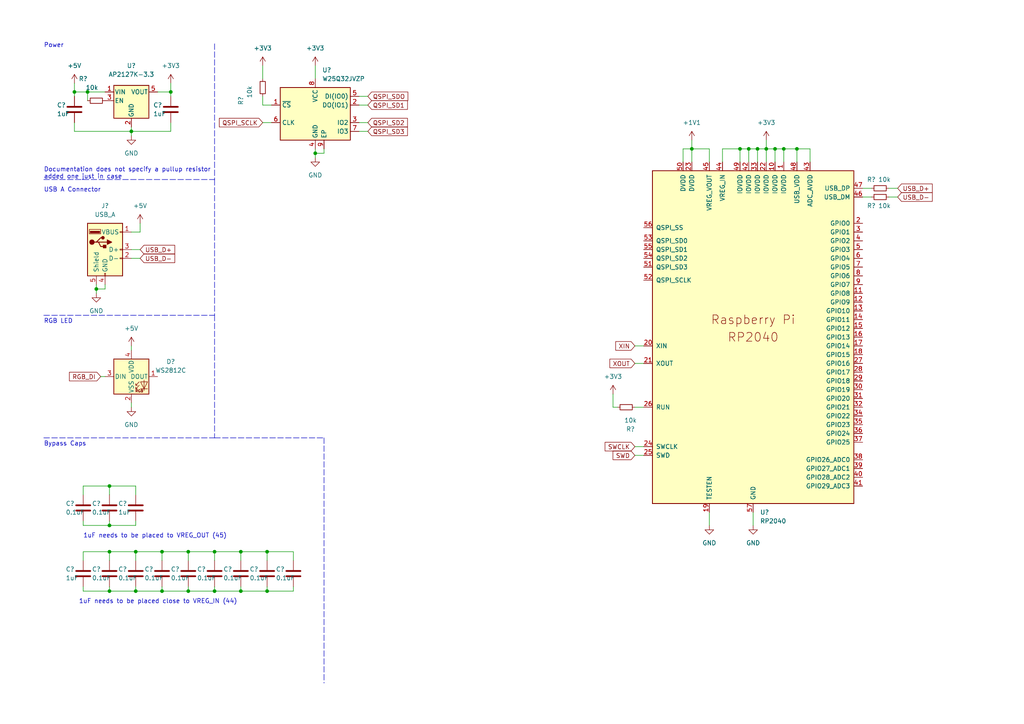
<source format=kicad_sch>
(kicad_sch (version 20211123) (generator eeschema)
  (paper "A4")
  (lib_symbols
    (symbol "Connector:USB_A" (pin_names (offset 1.016))
      (property "Reference" "J" (at -5.08 11.43 0))
      (property "Value" "USB_A" (at -5.08 8.89 0))
      (symbol "USB_A_0_1"
        (rectangle (start -5.08 -7.62) (end 5.08 7.62) (stroke (width 0.254)) (fill (type background)))
        (circle (center -3.81 2.159) (radius 0.635) (stroke (width 0.254)) (fill (type outline)))
        (rectangle (start -1.524 4.826) (end -4.318 5.334) (fill (type outline)))
        (rectangle (start -1.27 4.572) (end -4.572 5.842))
        (circle (center -0.635 3.429) (radius 0.381) (stroke (width 0.254)) (fill (type outline)))
        (rectangle (start -0.127 -7.62) (end 0.127 -6.858))
        (polyline (pts (xy -3.175 2.159) (xy -2.54 2.159) (xy -1.27 3.429) (xy -0.635 3.429)) (stroke (width 0.254)))
        (polyline (pts (xy -2.54 2.159) (xy -1.905 2.159) (xy -1.27 0.889) (xy 0 0.889)) (stroke (width 0.254)))
        (polyline (pts (xy 0.635 2.794) (xy 0.635 1.524) (xy 1.905 2.159) (xy 0.635 2.794)) (stroke (width 0.254)) (fill (type outline)))
        (rectangle (start 0.254 1.27) (end -0.508 0.508) (stroke (width 0.254)) (fill (type outline)))
        (rectangle (start 5.08 -2.667) (end 4.318 -2.413))
        (rectangle (start 5.08 -0.127) (end 4.318 0.127))
        (rectangle (start 5.08 4.953) (end 4.318 5.207))
      )
      (symbol "USB_A_1_1"
        (polyline (pts (xy -1.905 2.159) (xy 0.635 2.159)) (stroke (width 0.254)))
        (pin power_in line (at 7.62 5.08 180) (length 2.54) (name "VBUS") (number "1"))
        (pin bidirectional line (at 7.62 -2.54 180) (length 2.54) (name "D-") (number "2"))
        (pin bidirectional line (at 7.62 0 180) (length 2.54) (name "D+") (number "3"))
        (pin power_in line (at 0 -10.16 90) (length 2.54) (name "GND") (number "4"))
        (pin passive line (at -2.54 -10.16 90) (length 2.54) (name "Shield") (number "5"))
      )
    )
    (symbol "Device:C" (pin_numbers hide) (pin_names (offset 0.254))
      (property "Reference" "C" (at 0.635 2.54 0))
      (property "Value" "C" (at 0.635 -2.54 0))
      (symbol "C_0_1"
        (polyline (pts (xy -2.032 -0.762) (xy 2.032 -0.762)) (stroke (width 0.508)))
        (polyline (pts (xy -2.032 0.762) (xy 2.032 0.762)) (stroke (width 0.508)))
      )
      (symbol "C_1_1"
        (pin passive line (at 0 3.81 270) (length 2.794) (name "~") (number "1"))
        (pin passive line (at 0 -3.81 90) (length 2.794) (name "~") (number "2"))
      )
    )
    (symbol "Device:R_Small" (pin_numbers hide) (pin_names (offset 0.254) hide)
      (property "Reference" "R" (at 0.762 0.508 0))
      (property "Value" "R_Small" (at 0.762 -1.016 0))
      (symbol "R_Small_0_1"
        (rectangle (start -0.762 1.778) (end 0.762 -1.778) (stroke (width 0.2032)))
      )
      (symbol "R_Small_1_1"
        (pin passive line (at 0 2.54 270) (length 0.762) (name "~") (number "1"))
        (pin passive line (at 0 -2.54 90) (length 0.762) (name "~") (number "2"))
      )
    )
    (symbol "LED:WS2812C" (pin_names (offset 0.254))
      (property "Reference" "D" (at 5.08 5.715 0))
      (property "Value" "WS2812C" (at 1.27 -5.715 0))
      (symbol "WS2812C_0_0"
        (text "RGB" (at 2.286 -4.191 0) (effects (font (size 0.762 0.762))))
      )
      (symbol "WS2812C_0_1"
        (polyline (pts (xy 1.27 -3.556) (xy 1.778 -3.556)))
        (polyline (pts (xy 1.27 -2.54) (xy 1.778 -2.54)))
        (polyline (pts (xy 4.699 -3.556) (xy 2.667 -3.556)))
        (polyline (pts (xy 2.286 -2.54) (xy 1.27 -3.556) (xy 1.27 -3.048)))
        (polyline (pts (xy 2.286 -1.524) (xy 1.27 -2.54) (xy 1.27 -2.032)))
        (polyline (pts (xy 3.683 -1.016) (xy 3.683 -3.556) (xy 3.683 -4.064)))
        (polyline (pts (xy 4.699 -1.524) (xy 2.667 -1.524) (xy 3.683 -3.556) (xy 4.699 -1.524)))
        (rectangle (start 5.08 5.08) (end -5.08 -5.08) (stroke (width 0.254)) (fill (type background)))
      )
      (symbol "WS2812C_1_1"
        (pin output line (at 7.62 0 180) (length 2.54) (name "DOUT") (number "1"))
        (pin power_in line (at 0 -7.62 90) (length 2.54) (name "VSS") (number "2"))
        (pin input line (at -7.62 0 0) (length 2.54) (name "DIN") (number "3"))
        (pin power_in line (at 0 7.62 270) (length 2.54) (name "VDD") (number "4"))
      )
    )
    (symbol "MCU_RaspberryPi_RP2040:RP2040" (pin_names (offset 1.016))
      (property "Reference" "U" (at -29.21 49.53 0))
      (property "Value" "RP2040" (at 24.13 -49.53 0))
      (symbol "RP2040_0_0"
        (text "Raspberry Pi" (at 0 5.08 0) (effects (font (size 2.54 2.54))))
        (text "RP2040" (at 0 0 0) (effects (font (size 2.54 2.54))))
      )
      (symbol "RP2040_0_1"
        (rectangle (start 29.21 48.26) (end -29.21 -48.26) (stroke (width 0.254)) (fill (type background)))
      )
      (symbol "RP2040_1_1"
        (pin power_in line (at 8.89 50.8 270) (length 2.54) (name "IOVDD") (number "1"))
        (pin power_in line (at 6.35 50.8 270) (length 2.54) (name "IOVDD") (number "10"))
        (pin bidirectional line (at 31.75 12.7 180) (length 2.54) (name "GPIO8") (number "11"))
        (pin bidirectional line (at 31.75 10.16 180) (length 2.54) (name "GPIO9") (number "12"))
        (pin bidirectional line (at 31.75 7.62 180) (length 2.54) (name "GPIO10") (number "13"))
        (pin bidirectional line (at 31.75 5.08 180) (length 2.54) (name "GPIO11") (number "14"))
        (pin bidirectional line (at 31.75 2.54 180) (length 2.54) (name "GPIO12") (number "15"))
        (pin bidirectional line (at 31.75 0 180) (length 2.54) (name "GPIO13") (number "16"))
        (pin bidirectional line (at 31.75 -2.54 180) (length 2.54) (name "GPIO14") (number "17"))
        (pin bidirectional line (at 31.75 -5.08 180) (length 2.54) (name "GPIO15") (number "18"))
        (pin passive line (at -12.7 -50.8 90) (length 2.54) (name "TESTEN") (number "19"))
        (pin bidirectional line (at 31.75 33.02 180) (length 2.54) (name "GPIO0") (number "2"))
        (pin input line (at -31.75 -2.54 0) (length 2.54) (name "XIN") (number "20"))
        (pin passive line (at -31.75 -7.62 0) (length 2.54) (name "XOUT") (number "21"))
        (pin power_in line (at 3.81 50.8 270) (length 2.54) (name "IOVDD") (number "22"))
        (pin power_in line (at -17.78 50.8 270) (length 2.54) (name "DVDD") (number "23"))
        (pin output line (at -31.75 -31.75 0) (length 2.54) (name "SWCLK") (number "24"))
        (pin bidirectional line (at -31.75 -34.29 0) (length 2.54) (name "SWD") (number "25"))
        (pin input line (at -31.75 -20.32 0) (length 2.54) (name "RUN") (number "26"))
        (pin bidirectional line (at 31.75 -7.62 180) (length 2.54) (name "GPIO16") (number "27"))
        (pin bidirectional line (at 31.75 -10.16 180) (length 2.54) (name "GPIO17") (number "28"))
        (pin bidirectional line (at 31.75 -12.7 180) (length 2.54) (name "GPIO18") (number "29"))
        (pin bidirectional line (at 31.75 30.48 180) (length 2.54) (name "GPIO1") (number "3"))
        (pin bidirectional line (at 31.75 -15.24 180) (length 2.54) (name "GPIO19") (number "30"))
        (pin bidirectional line (at 31.75 -17.78 180) (length 2.54) (name "GPIO20") (number "31"))
        (pin bidirectional line (at 31.75 -20.32 180) (length 2.54) (name "GPIO21") (number "32"))
        (pin power_in line (at 1.27 50.8 270) (length 2.54) (name "IOVDD") (number "33"))
        (pin bidirectional line (at 31.75 -22.86 180) (length 2.54) (name "GPIO22") (number "34"))
        (pin bidirectional line (at 31.75 -25.4 180) (length 2.54) (name "GPIO23") (number "35"))
        (pin bidirectional line (at 31.75 -27.94 180) (length 2.54) (name "GPIO24") (number "36"))
        (pin bidirectional line (at 31.75 -30.48 180) (length 2.54) (name "GPIO25") (number "37"))
        (pin bidirectional line (at 31.75 -35.56 180) (length 2.54) (name "GPIO26_ADC0") (number "38"))
        (pin bidirectional line (at 31.75 -38.1 180) (length 2.54) (name "GPIO27_ADC1") (number "39"))
        (pin bidirectional line (at 31.75 27.94 180) (length 2.54) (name "GPIO2") (number "4"))
        (pin bidirectional line (at 31.75 -40.64 180) (length 2.54) (name "GPIO28_ADC2") (number "40"))
        (pin bidirectional line (at 31.75 -43.18 180) (length 2.54) (name "GPIO29_ADC3") (number "41"))
        (pin power_in line (at -1.27 50.8 270) (length 2.54) (name "IOVDD") (number "42"))
        (pin power_in line (at 16.51 50.8 270) (length 2.54) (name "ADC_AVDD") (number "43"))
        (pin power_in line (at -8.89 50.8 270) (length 2.54) (name "VREG_IN") (number "44"))
        (pin power_out line (at -12.7 50.8 270) (length 2.54) (name "VREG_VOUT") (number "45"))
        (pin bidirectional line (at 31.75 40.64 180) (length 2.54) (name "USB_DM") (number "46"))
        (pin bidirectional line (at 31.75 43.18 180) (length 2.54) (name "USB_DP") (number "47"))
        (pin power_in line (at 12.7 50.8 270) (length 2.54) (name "USB_VDD") (number "48"))
        (pin power_in line (at -3.81 50.8 270) (length 2.54) (name "IOVDD") (number "49"))
        (pin bidirectional line (at 31.75 25.4 180) (length 2.54) (name "GPIO3") (number "5"))
        (pin power_in line (at -20.32 50.8 270) (length 2.54) (name "DVDD") (number "50"))
        (pin bidirectional line (at -31.75 20.32 0) (length 2.54) (name "QSPI_SD3") (number "51"))
        (pin output line (at -31.75 16.51 0) (length 2.54) (name "QSPI_SCLK") (number "52"))
        (pin bidirectional line (at -31.75 27.94 0) (length 2.54) (name "QSPI_SD0") (number "53"))
        (pin bidirectional line (at -31.75 22.86 0) (length 2.54) (name "QSPI_SD2") (number "54"))
        (pin bidirectional line (at -31.75 25.4 0) (length 2.54) (name "QSPI_SD1") (number "55"))
        (pin bidirectional line (at -31.75 31.75 0) (length 2.54) (name "QSPI_SS") (number "56"))
        (pin power_in line (at 0 -50.8 90) (length 2.54) (name "GND") (number "57"))
        (pin bidirectional line (at 31.75 22.86 180) (length 2.54) (name "GPIO4") (number "6"))
        (pin bidirectional line (at 31.75 20.32 180) (length 2.54) (name "GPIO5") (number "7"))
        (pin bidirectional line (at 31.75 17.78 180) (length 2.54) (name "GPIO6") (number "8"))
        (pin bidirectional line (at 31.75 15.24 180) (length 2.54) (name "GPIO7") (number "9"))
      )
    )
    (symbol "Memory_Flash:W25Q32JVZP"
      (property "Reference" "U" (at -8.89 8.89 0))
      (property "Value" "W25Q32JVZP" (at 7.62 8.89 0))
      (symbol "W25Q32JVZP_0_1"
        (rectangle (start -10.16 7.62) (end 10.16 -7.62) (stroke (width 0.254)) (fill (type background)))
      )
      (symbol "W25Q32JVZP_1_1"
        (pin input line (at -12.7 2.54 0) (length 2.54) (name "~{CS}") (number "1"))
        (pin bidirectional line (at 12.7 2.54 180) (length 2.54) (name "DO(IO1)") (number "2"))
        (pin bidirectional line (at 12.7 -2.54 180) (length 2.54) (name "IO2") (number "3"))
        (pin power_in line (at 0 -10.16 90) (length 2.54) (name "GND") (number "4"))
        (pin bidirectional line (at 12.7 5.08 180) (length 2.54) (name "DI(IO0)") (number "5"))
        (pin input line (at -12.7 -2.54 0) (length 2.54) (name "CLK") (number "6"))
        (pin bidirectional line (at 12.7 -5.08 180) (length 2.54) (name "IO3") (number "7"))
        (pin power_in line (at 0 10.16 270) (length 2.54) (name "VCC") (number "8"))
        (pin passive line (at 2.54 -10.16 90) (length 2.54) (name "EP") (number "9"))
      )
    )
    (symbol "Regulator_Linear:AP2127K-3.3" (pin_names (offset 0.254))
      (property "Reference" "U" (at -5.08 5.715 0))
      (property "Value" "AP2127K-3.3" (at 0 5.715 0))
      (symbol "AP2127K-3.3_0_1"
        (rectangle (start -5.08 4.445) (end 5.08 -5.08) (stroke (width 0.254)) (fill (type background)))
      )
      (symbol "AP2127K-3.3_1_1"
        (pin power_in line (at -7.62 2.54 0) (length 2.54) (name "VIN") (number "1"))
        (pin power_in line (at 0 -7.62 90) (length 2.54) (name "GND") (number "2"))
        (pin input line (at -7.62 0 0) (length 2.54) (name "EN") (number "3"))
        (pin no_connect line (at 5.08 0 180) (length 2.54) hide (name "NC") (number "4"))
        (pin power_out line (at 7.62 2.54 180) (length 2.54) (name "VOUT") (number "5"))
      )
    )
    (symbol "power:+1V1" (power) (pin_names (offset 0))
      (property "Value" "+1V1" (at 0 3.556 0))
      (symbol "+1V1_0_1"
        (polyline (pts (xy -0.762 1.27) (xy 0 2.54)))
        (polyline (pts (xy 0 0) (xy 0 2.54)))
        (polyline (pts (xy 0 2.54) (xy 0.762 1.27)))
      )
      (symbol "+1V1_1_1"
        (pin power_in line (at 0 0 90) (length 0) hide (name "+1V1") (number "1"))
      )
    )
    (symbol "power:+3V3" (power) (pin_names (offset 0))
      (property "Value" "+3V3" (at 0 3.556 0))
      (symbol "+3V3_0_1"
        (polyline (pts (xy -0.762 1.27) (xy 0 2.54)))
        (polyline (pts (xy 0 0) (xy 0 2.54)))
        (polyline (pts (xy 0 2.54) (xy 0.762 1.27)))
      )
      (symbol "+3V3_1_1"
        (pin power_in line (at 0 0 90) (length 0) hide (name "+3V3") (number "1"))
      )
    )
    (symbol "power:+5V" (power) (pin_names (offset 0))
      (property "Value" "+5V" (at 0 3.556 0))
      (symbol "+5V_0_1"
        (polyline (pts (xy -0.762 1.27) (xy 0 2.54)))
        (polyline (pts (xy 0 0) (xy 0 2.54)))
        (polyline (pts (xy 0 2.54) (xy 0.762 1.27)))
      )
      (symbol "+5V_1_1"
        (pin power_in line (at 0 0 90) (length 0) hide (name "+5V") (number "1"))
      )
    )
    (symbol "power:GND" (power) (pin_names (offset 0))
      (property "Value" "GND" (at 0 -3.81 0))
      (symbol "GND_0_1"
        (polyline (pts (xy 0 0) (xy 0 -1.27) (xy 1.27 -1.27) (xy 0 -2.54) (xy -1.27 -1.27) (xy 0 -1.27)))
      )
      (symbol "GND_1_1"
        (pin power_in line (at 0 0 270) (length 0) hide (name "GND") (number "1"))
      )
    )
  )
  (junction (at 54.61 160.02))
  (junction (at 62.23 160.02))
  (junction (at 31.75 140.97))
  (junction (at 62.23 171.45))
  (junction (at 39.37 160.02))
  (junction (at 77.47 160.02))
  (junction (at 46.99 171.45))
  (junction (at 38.1 38.1))
  (junction (at 227.33 43.18))
  (junction (at 31.75 160.02))
  (junction (at 46.99 160.02))
  (junction (at 27.94 83.82))
  (junction (at 77.47 171.45))
  (junction (at 91.44 44.45))
  (junction (at 214.63 43.18))
  (junction (at 31.75 152.4))
  (junction (at 200.66 43.18))
  (junction (at 224.79 43.18))
  (junction (at 25.4 26.67))
  (junction (at 31.75 171.45))
  (junction (at 49.53 26.67))
  (junction (at 222.25 43.18))
  (junction (at 69.85 160.02))
  (junction (at 54.61 171.45))
  (junction (at 21.59 26.67))
  (junction (at 231.14 43.18))
  (junction (at 39.37 171.45))
  (junction (at 219.71 43.18))
  (junction (at 69.85 171.45))
  (junction (at 217.17 43.18))
  (wire (pts (xy 38.1 36.83) (xy 38.1 38.1)))
  (wire (pts (xy 104.14 38.1) (xy 106.68 38.1)))
  (wire (pts (xy 250.19 54.61) (xy 252.73 54.61)))
  (wire (pts (xy 27.94 83.82) (xy 30.48 83.82)))
  (wire (pts (xy 31.75 160.02) (xy 39.37 160.02)))
  (wire (pts (xy 25.4 26.67) (xy 25.4 29.21)))
  (wire (pts (xy 77.47 171.45) (xy 69.85 171.45)))
  (wire (pts (xy 49.53 38.1) (xy 38.1 38.1)))
  (wire (pts (xy 38.1 116.84) (xy 38.1 118.11)))
  (polyline (pts (xy 62.23 52.07) (xy 62.23 91.44)))
  (wire (pts (xy 91.44 44.45) (xy 91.44 45.72)))
  (wire (pts (xy 76.2 30.48) (xy 78.74 30.48)))
  (wire (pts (xy 177.8 118.11) (xy 179.07 118.11)))
  (wire (pts (xy 49.53 26.67) (xy 49.53 27.94)))
  (wire (pts (xy 31.75 152.4) (xy 31.75 151.13)))
  (wire (pts (xy 38.1 38.1) (xy 38.1 39.37)))
  (wire (pts (xy 76.2 27.94) (xy 76.2 30.48)))
  (wire (pts (xy 77.47 160.02) (xy 85.09 160.02)))
  (wire (pts (xy 227.33 46.99) (xy 227.33 43.18)))
  (wire (pts (xy 184.15 132.08) (xy 186.69 132.08)))
  (wire (pts (xy 184.15 105.41) (xy 186.69 105.41)))
  (wire (pts (xy 219.71 46.99) (xy 219.71 43.18)))
  (polyline (pts (xy 12.7 52.07) (xy 62.23 52.07)))
  (wire (pts (xy 24.13 160.02) (xy 24.13 162.56)))
  (wire (pts (xy 184.15 118.11) (xy 186.69 118.11)))
  (wire (pts (xy 27.94 83.82) (xy 27.94 85.09)))
  (wire (pts (xy 91.44 44.45) (xy 93.98 44.45)))
  (wire (pts (xy 39.37 160.02) (xy 39.37 162.56)))
  (wire (pts (xy 46.99 160.02) (xy 46.99 162.56)))
  (wire (pts (xy 209.55 43.18) (xy 214.63 43.18)))
  (wire (pts (xy 257.81 54.61) (xy 260.35 54.61)))
  (wire (pts (xy 77.47 160.02) (xy 77.47 162.56)))
  (wire (pts (xy 62.23 160.02) (xy 69.85 160.02)))
  (wire (pts (xy 218.44 148.59) (xy 218.44 152.4)))
  (polyline (pts (xy 62.23 127) (xy 93.98 127)))
  (wire (pts (xy 38.1 72.39) (xy 40.64 72.39)))
  (wire (pts (xy 85.09 170.18) (xy 85.09 171.45)))
  (wire (pts (xy 231.14 46.99) (xy 231.14 43.18)))
  (polyline (pts (xy 62.23 46.99) (xy 62.23 52.07)))
  (wire (pts (xy 69.85 171.45) (xy 62.23 171.45)))
  (wire (pts (xy 205.74 46.99) (xy 205.74 43.18)))
  (wire (pts (xy 217.17 43.18) (xy 219.71 43.18)))
  (wire (pts (xy 85.09 171.45) (xy 77.47 171.45)))
  (wire (pts (xy 76.2 35.56) (xy 78.74 35.56)))
  (wire (pts (xy 104.14 35.56) (xy 106.68 35.56)))
  (wire (pts (xy 21.59 35.56) (xy 21.59 38.1)))
  (wire (pts (xy 24.13 152.4) (xy 31.75 152.4)))
  (wire (pts (xy 231.14 43.18) (xy 234.95 43.18)))
  (wire (pts (xy 31.75 171.45) (xy 24.13 171.45)))
  (wire (pts (xy 200.66 46.99) (xy 200.66 43.18)))
  (wire (pts (xy 38.1 74.93) (xy 40.64 74.93)))
  (wire (pts (xy 214.63 43.18) (xy 217.17 43.18)))
  (wire (pts (xy 54.61 160.02) (xy 62.23 160.02)))
  (wire (pts (xy 54.61 160.02) (xy 54.61 162.56)))
  (wire (pts (xy 222.25 43.18) (xy 224.79 43.18)))
  (wire (pts (xy 69.85 160.02) (xy 69.85 162.56)))
  (wire (pts (xy 39.37 140.97) (xy 39.37 143.51)))
  (wire (pts (xy 21.59 26.67) (xy 25.4 26.67)))
  (wire (pts (xy 49.53 24.13) (xy 49.53 26.67)))
  (wire (pts (xy 184.15 100.33) (xy 186.69 100.33)))
  (wire (pts (xy 24.13 143.51) (xy 24.13 140.97)))
  (polyline (pts (xy 12.7 91.44) (xy 62.23 91.44)))
  (wire (pts (xy 93.98 44.45) (xy 93.98 43.18)))
  (wire (pts (xy 38.1 67.31) (xy 40.64 67.31)))
  (wire (pts (xy 104.14 27.94) (xy 106.68 27.94)))
  (polyline (pts (xy 62.23 12.7) (xy 62.23 46.99)))
  (wire (pts (xy 24.13 140.97) (xy 31.75 140.97)))
  (wire (pts (xy 49.53 35.56) (xy 49.53 38.1)))
  (wire (pts (xy 69.85 170.18) (xy 69.85 171.45)))
  (wire (pts (xy 24.13 151.13) (xy 24.13 152.4)))
  (wire (pts (xy 217.17 46.99) (xy 217.17 43.18)))
  (wire (pts (xy 27.94 82.55) (xy 27.94 83.82)))
  (wire (pts (xy 219.71 43.18) (xy 222.25 43.18)))
  (wire (pts (xy 85.09 160.02) (xy 85.09 162.56)))
  (wire (pts (xy 104.14 30.48) (xy 106.68 30.48)))
  (wire (pts (xy 31.75 140.97) (xy 31.75 143.51)))
  (wire (pts (xy 62.23 171.45) (xy 54.61 171.45)))
  (wire (pts (xy 24.13 160.02) (xy 31.75 160.02)))
  (wire (pts (xy 205.74 43.18) (xy 200.66 43.18)))
  (wire (pts (xy 31.75 170.18) (xy 31.75 171.45)))
  (wire (pts (xy 29.21 109.22) (xy 30.48 109.22)))
  (wire (pts (xy 31.75 160.02) (xy 31.75 162.56)))
  (wire (pts (xy 39.37 171.45) (xy 31.75 171.45)))
  (wire (pts (xy 39.37 160.02) (xy 46.99 160.02)))
  (wire (pts (xy 30.48 83.82) (xy 30.48 82.55)))
  (wire (pts (xy 76.2 22.86) (xy 76.2 19.05)))
  (wire (pts (xy 198.12 43.18) (xy 198.12 46.99)))
  (wire (pts (xy 39.37 151.13) (xy 39.37 152.4)))
  (wire (pts (xy 62.23 160.02) (xy 62.23 162.56)))
  (polyline (pts (xy 93.98 127) (xy 93.98 198.12)))
  (wire (pts (xy 222.25 46.99) (xy 222.25 43.18)))
  (wire (pts (xy 205.74 148.59) (xy 205.74 152.4)))
  (wire (pts (xy 91.44 19.05) (xy 91.44 22.86)))
  (wire (pts (xy 257.81 57.15) (xy 260.35 57.15)))
  (wire (pts (xy 31.75 140.97) (xy 39.37 140.97)))
  (wire (pts (xy 25.4 26.67) (xy 30.48 26.67)))
  (wire (pts (xy 21.59 27.94) (xy 21.59 26.67)))
  (wire (pts (xy 69.85 160.02) (xy 77.47 160.02)))
  (wire (pts (xy 62.23 170.18) (xy 62.23 171.45)))
  (wire (pts (xy 21.59 24.13) (xy 21.59 26.67)))
  (wire (pts (xy 21.59 38.1) (xy 38.1 38.1)))
  (wire (pts (xy 46.99 160.02) (xy 54.61 160.02)))
  (polyline (pts (xy 62.23 91.44) (xy 62.23 127)))
  (wire (pts (xy 184.15 129.54) (xy 186.69 129.54)))
  (wire (pts (xy 224.79 43.18) (xy 227.33 43.18)))
  (wire (pts (xy 24.13 170.18) (xy 24.13 171.45)))
  (wire (pts (xy 222.25 40.64) (xy 222.25 43.18)))
  (wire (pts (xy 200.66 40.64) (xy 200.66 43.18)))
  (wire (pts (xy 39.37 171.45) (xy 39.37 170.18)))
  (wire (pts (xy 39.37 152.4) (xy 31.75 152.4)))
  (wire (pts (xy 177.8 114.3) (xy 177.8 118.11)))
  (wire (pts (xy 46.99 170.18) (xy 46.99 171.45)))
  (wire (pts (xy 224.79 46.99) (xy 224.79 43.18)))
  (wire (pts (xy 77.47 170.18) (xy 77.47 171.45)))
  (wire (pts (xy 250.19 57.15) (xy 252.73 57.15)))
  (wire (pts (xy 227.33 43.18) (xy 231.14 43.18)))
  (wire (pts (xy 200.66 43.18) (xy 198.12 43.18)))
  (wire (pts (xy 214.63 46.99) (xy 214.63 43.18)))
  (wire (pts (xy 91.44 43.18) (xy 91.44 44.45)))
  (wire (pts (xy 45.72 26.67) (xy 49.53 26.67)))
  (polyline (pts (xy 12.7 127) (xy 62.23 127)))
  (wire (pts (xy 40.64 67.31) (xy 40.64 64.77)))
  (wire (pts (xy 209.55 46.99) (xy 209.55 43.18)))
  (wire (pts (xy 54.61 171.45) (xy 46.99 171.45)))
  (wire (pts (xy 54.61 170.18) (xy 54.61 171.45)))
  (wire (pts (xy 38.1 101.6) (xy 38.1 100.33)))
  (wire (pts (xy 234.95 43.18) (xy 234.95 46.99)))
  (wire (pts (xy 46.99 171.45) (xy 39.37 171.45)))
  (text "Bypass Caps" (at 12.7 129.54 0) (effects (font (size 1.27 1.27)) (justify left bottom)))
  (text "1uF needs to be placed to VREG_OUT (45)" (at 24.13 156.21 0) (effects (font (size 1.27 1.27)) (justify left bottom)))
  (text "Power" (at 12.7 13.97 0) (effects (font (size 1.27 1.27)) (justify left bottom)))
  (text "1uF needs to be placed close to VREG_IN (44)" (at 22.86 175.26 0) (effects (font (size 1.27 1.27)) (justify left bottom)))
  (text "Documentation does not specify a pullup resistor\nadded one just in case" (at 12.7 52.07 0) (effects (font (size 1.27 1.27)) (justify left bottom)))
  (text "USB A Connector" (at 12.7 55.88 0) (effects (font (size 1.27 1.27)) (justify left bottom)))
  (text "RGB LED" (at 12.7 93.98 0) (effects (font (size 1.27 1.27)) (justify left bottom)))
  (global_label "SWCLK" (shape input) (at 184.15 129.54 180) (property "Intersheet References" "${INTERSHEET_REFS}" (effects hide)))
  (global_label "USB_D+" (shape input) (at 40.64 72.39 0) (property "Intersheet References" "${INTERSHEET_REFS}" (effects hide)))
  (global_label "USB_D-" (shape input) (at 40.64 74.93 0) (property "Intersheet References" "${INTERSHEET_REFS}" (effects hide)))
  (global_label "USB_D-" (shape input) (at 260.35 57.15 0) (property "Intersheet References" "${INTERSHEET_REFS}" (effects hide)))
  (global_label "SWD" (shape input) (at 184.15 132.08 180) (property "Intersheet References" "${INTERSHEET_REFS}" (effects hide)))
  (global_label "QSPI_SD3" (shape input) (at 106.68 38.1 0) (property "Intersheet References" "${INTERSHEET_REFS}" (effects hide)))
  (global_label "QSPI_SD1" (shape input) (at 106.68 30.48 0) (property "Intersheet References" "${INTERSHEET_REFS}" (effects hide)))
  (global_label "RGB_DI" (shape input) (at 29.21 109.22 180) (property "Intersheet References" "${INTERSHEET_REFS}" (effects hide)))
  (global_label "XOUT" (shape input) (at 184.15 105.41 180) (property "Intersheet References" "${INTERSHEET_REFS}" (effects hide)))
  (global_label "QSPI_SD2" (shape input) (at 106.68 35.56 0) (property "Intersheet References" "${INTERSHEET_REFS}" (effects hide)))
  (global_label "XIN" (shape input) (at 184.15 100.33 180) (property "Intersheet References" "${INTERSHEET_REFS}" (effects hide)))
  (global_label "QSPI_SDO" (shape input) (at 106.68 27.94 0) (property "Intersheet References" "${INTERSHEET_REFS}" (effects hide)))
  (global_label "USB_D+" (shape input) (at 260.35 54.61 0) (property "Intersheet References" "${INTERSHEET_REFS}" (effects hide)))
  (global_label "QSPI_SCLK" (shape input) (at 76.2 35.56 180) (property "Intersheet References" "${INTERSHEET_REFS}" (effects hide)))
  (symbol (lib_id "power:+3V3") (at 49.53 24.13 0) (unit 1)
    (property "Reference" "#PWR?" (effects hide))
    (property "Value" "+3V3" (at 49.53 19.05 0))
  )
  (symbol (lib_id "power:+1V1") (at 200.66 40.64 0) (unit 1)
    (property "Reference" "#PWR?" (effects hide))
    (property "Value" "+1V1" (at 200.66 35.56 0))
  )
  (symbol (lib_id "power:GND") (at 38.1 39.37 0) (unit 1)
    (property "Reference" "#PWR?" (effects hide))
    (property "Value" "GND" (at 38.1 44.45 0))
  )
  (symbol (lib_id "power:+3V3") (at 91.44 19.05 0) (unit 1)
    (property "Reference" "#PWR?" (effects hide))
    (property "Value" "+3V3" (at 91.44 13.97 0))
  )
  (symbol (lib_id "power:GND") (at 91.44 45.72 0) (unit 1)
    (property "Reference" "#PWR?" (effects hide))
    (property "Value" "GND" (at 91.44 50.8 0))
  )
  (symbol (lib_id "power:GND") (at 205.74 152.4 0) (unit 1)
    (property "Reference" "#PWR?" (effects hide))
    (property "Value" "GND" (at 205.74 157.48 0))
  )
  (symbol (lib_id "Device:C") (at 39.37 166.37 180) (unit 1)
    (property "Reference" "C?" (at 34.29 165.1 0) (effects (justify right)))
    (property "Value" "0.1uF" (at 34.29 167.64 0) (effects (justify right)))
    (property "Footprint" "Capacitor_SMD:C_0402_1005Metric" (effects hide))
  )
  (symbol (lib_id "Device:C") (at 54.61 166.37 180) (unit 1)
    (property "Reference" "C?" (at 49.53 165.1 0) (effects (justify right)))
    (property "Value" "0.1uF" (at 49.53 167.64 0) (effects (justify right)))
    (property "Footprint" "Capacitor_SMD:C_0402_1005Metric" (effects hide))
  )
  (symbol (lib_id "Device:C") (at 49.53 31.75 180) (unit 1)
    (property "Reference" "C?" (at 44.45 30.48 0) (effects (justify right)))
    (property "Value" "1uF" (at 44.45 33.02 0) (effects (justify right)))
    (property "Footprint" "Capacitor_SMD:C_0402_1005Metric" (effects hide))
  )
  (symbol (lib_id "Device:C") (at 46.99 166.37 180) (unit 1)
    (property "Reference" "C?" (at 41.91 165.1 0) (effects (justify right)))
    (property "Value" "0.1uF" (at 41.91 167.64 0) (effects (justify right)))
    (property "Footprint" "Capacitor_SMD:C_0402_1005Metric" (effects hide))
  )
  (symbol (lib_id "Device:C") (at 69.85 166.37 180) (unit 1)
    (property "Reference" "C?" (at 64.77 165.1 0) (effects (justify right)))
    (property "Value" "0.1uF" (at 64.77 167.64 0) (effects (justify right)))
    (property "Footprint" "Capacitor_SMD:C_0402_1005Metric" (effects hide))
  )
  (symbol (lib_id "Device:R_Small") (at 255.27 54.61 90) (unit 1)
    (property "Reference" "R?" (at 252.73 52.07 90))
    (property "Value" "10k" (at 256.54 52.07 90))
    (property "Footprint" "Resistor_SMD:R_0402_1005Metric" (effects hide))
  )
  (symbol (lib_id "power:+3V3") (at 177.8 114.3 0) (unit 1)
    (property "Reference" "#PWR?" (effects hide))
    (property "Value" "+3V3" (at 177.8 109.22 0))
  )
  (symbol (lib_id "Device:R_Small") (at 181.61 118.11 270) (unit 1)
    (property "Reference" "R?" (at 182.88 124.46 90))
    (property "Value" "10k" (at 182.88 121.92 90))
    (property "Footprint" "Resistor_SMD:R_0402_1005Metric" (effects hide))
  )
  (symbol (lib_id "MCU_RaspberryPi_RP2040:RP2040") (at 218.44 97.79 0) (unit 1)
    (property "Reference" "U?" (at 220.4594 148.59 0) (effects (justify left)))
    (property "Value" "RP2040" (at 220.4594 151.13 0) (effects (justify left)))
    (property "Footprint" "RP2040_minimal:RP2040-QFN-56" (effects hide))
  )
  (symbol (lib_id "Device:C") (at 24.13 166.37 180) (unit 1)
    (property "Reference" "C?" (at 19.05 165.1 0) (effects (justify right)))
    (property "Value" "1uF" (at 19.05 167.64 0) (effects (justify right)))
    (property "Footprint" "Capacitor_SMD:C_0402_1005Metric" (effects hide))
  )
  (symbol (lib_id "power:+3V3") (at 222.25 40.64 0) (unit 1)
    (property "Reference" "#PWR?" (effects hide))
    (property "Value" "+3V3" (at 222.25 35.56 0))
  )
  (symbol (lib_id "Memory_Flash:W25Q32JVZP") (at 91.44 33.02 0) (unit 1)
    (property "Reference" "U?" (at 93.4594 20.32 0) (effects (justify left)))
    (property "Value" "W25Q32JVZP" (at 93.4594 22.86 0) (effects (justify left)))
    (property "Footprint" "Package_SON:WSON-8-1EP_6x5mm_P1.27mm_EP3.4x4.3mm" (effects hide))
    (property "Datasheet" "http://www.winbond.com/resource-files/w25q32jv%20revg%2003272018%20plus.pdf" (effects hide))
  )
  (symbol (lib_id "Device:C") (at 24.13 147.32 180) (unit 1)
    (property "Reference" "C?" (at 19.05 146.05 0) (effects (justify right)))
    (property "Value" "0.1uF" (at 19.05 148.59 0) (effects (justify right)))
    (property "Footprint" "Capacitor_SMD:C_0402_1005Metric" (effects hide))
  )
  (symbol (lib_id "power:+3V3") (at 76.2 19.05 0) (unit 1)
    (property "Reference" "#PWR?" (effects hide))
    (property "Value" "+3V3" (at 76.2 13.97 0))
  )
  (symbol (lib_id "Device:C") (at 21.59 31.75 180) (unit 1)
    (property "Reference" "C?" (at 16.51 30.48 0) (effects (justify right)))
    (property "Value" "1uF" (at 16.51 33.02 0) (effects (justify right)))
    (property "Footprint" "Capacitor_SMD:C_0402_1005Metric" (effects hide))
  )
  (symbol (lib_id "power:+5V") (at 38.1 100.33 0) (unit 1)
    (property "Reference" "#PWR?" (effects hide))
    (property "Value" "+5V" (at 38.1 95.25 0))
  )
  (symbol (lib_id "Device:C") (at 85.09 166.37 180) (unit 1)
    (property "Reference" "C?" (at 80.01 165.1 0) (effects (justify right)))
    (property "Value" "0.1uF" (at 80.01 167.64 0) (effects (justify right)))
    (property "Footprint" "Capacitor_SMD:C_0402_1005Metric" (effects hide))
  )
  (symbol (lib_id "power:GND") (at 218.44 152.4 0) (unit 1)
    (property "Reference" "#PWR?" (effects hide))
    (property "Value" "GND" (at 218.44 157.48 0))
  )
  (symbol (lib_id "Device:R_Small") (at 27.94 29.21 90) (unit 1)
    (property "Reference" "R?" (at 24.13 22.86 90))
    (property "Value" "10k" (at 26.67 25.4 90))
    (property "Footprint" "Resistor_SMD:R_0402_1005Metric" (effects hide))
  )
  (symbol (lib_id "LED:WS2812C") (at 38.1 109.22 0) (unit 1)
    (property "Reference" "D?" (at 49.53 104.8893 0))
    (property "Value" "WS2812C" (at 49.53 107.4293 0))
    (property "Footprint" "WS2812C:WS2812C-2020" (effects hide))
    (property "Datasheet" "https://cdn-shop.adafruit.com/datasheets/WS2812B.pdf" (effects hide))
  )
  (symbol (lib_id "power:+5V") (at 21.59 24.13 0) (unit 1)
    (property "Reference" "#PWR?" (effects hide))
    (property "Value" "+5V" (at 21.59 19.05 0))
  )
  (symbol (lib_id "power:GND") (at 38.1 118.11 0) (unit 1)
    (property "Reference" "#PWR?" (effects hide))
    (property "Value" "GND" (at 38.1 123.19 0))
  )
  (symbol (lib_id "Device:C") (at 39.37 147.32 180) (unit 1)
    (property "Reference" "C?" (at 34.29 146.05 0) (effects (justify right)))
    (property "Value" "1uF" (at 34.29 148.59 0) (effects (justify right)))
    (property "Footprint" "Capacitor_SMD:C_0402_1005Metric" (effects hide))
  )
  (symbol (lib_id "Device:R_Small") (at 76.2 25.4 180) (unit 1)
    (property "Reference" "R?" (at 69.85 29.21 90))
    (property "Value" "10k" (at 72.39 26.67 90))
    (property "Footprint" "Resistor_SMD:R_0402_1005Metric" (effects hide))
  )
  (symbol (lib_id "Device:R_Small") (at 255.27 57.15 90) (unit 1)
    (property "Reference" "R?" (at 252.73 59.69 90))
    (property "Value" "10k" (at 256.54 59.69 90))
    (property "Footprint" "Resistor_SMD:R_0402_1005Metric" (effects hide))
  )
  (symbol (lib_id "power:GND") (at 27.94 85.09 0) (unit 1)
    (property "Reference" "#PWR?" (effects hide))
    (property "Value" "GND" (at 27.94 90.17 0))
  )
  (symbol (lib_id "Device:C") (at 31.75 147.32 180) (unit 1)
    (property "Reference" "C?" (at 26.67 146.05 0) (effects (justify right)))
    (property "Value" "0.1uF" (at 26.67 148.59 0) (effects (justify right)))
    (property "Footprint" "Capacitor_SMD:C_0402_1005Metric" (effects hide))
  )
  (symbol (lib_id "Device:C") (at 62.23 166.37 180) (unit 1)
    (property "Reference" "C?" (at 57.15 165.1 0) (effects (justify right)))
    (property "Value" "0.1uF" (at 57.15 167.64 0) (effects (justify right)))
    (property "Footprint" "Capacitor_SMD:C_0402_1005Metric" (effects hide))
  )
  (symbol (lib_id "Device:C") (at 77.47 166.37 180) (unit 1)
    (property "Reference" "C?" (at 72.39 165.1 0) (effects (justify right)))
    (property "Value" "0.1uF" (at 72.39 167.64 0) (effects (justify right)))
    (property "Footprint" "Capacitor_SMD:C_0402_1005Metric" (effects hide))
  )
  (symbol (lib_id "Connector:USB_A") (at 30.48 72.39 0) (unit 1)
    (property "Reference" "J?" (at 30.48 59.69 0))
    (property "Value" "USB_A" (at 30.48 62.23 0))
    (property "Footprint" "Connector_USB:USB_A_CNCTech_1001-011-01101_Horizontal" (effects hide))
    (property "Datasheet" " ~" (effects hide))
    (property "Digikey" "https://www.digikey.ca/en/products/detail/cnc-tech/1001-011-01101-TR/11312479" (effects hide))
  )
  (symbol (lib_id "power:+5V") (at 40.64 64.77 0) (unit 1)
    (property "Reference" "#PWR?" (effects hide))
    (property "Value" "+5V" (at 40.64 59.69 0))
  )
  (symbol (lib_id "Regulator_Linear:AP2127K-3.3") (at 38.1 29.21 0) (unit 1)
    (property "Reference" "U?" (at 38.1 19.05 0))
    (property "Value" "AP2127K-3.3" (at 38.1 21.59 0))
    (property "Footprint" "Package_TO_SOT_SMD:SOT-23-5" (effects hide))
    (property "Datasheet" "https://www.diodes.com/assets/Datasheets/AP2127.pdf" (effects hide))
  )
  (symbol (lib_id "Device:C") (at 31.75 166.37 180) (unit 1)
    (property "Reference" "C?" (at 26.67 165.1 0) (effects (justify right)))
    (property "Value" "0.1uF" (at 26.67 167.64 0) (effects (justify right)))
    (property "Footprint" "Capacitor_SMD:C_0402_1005Metric" (effects hide))
  )
)
</source>
